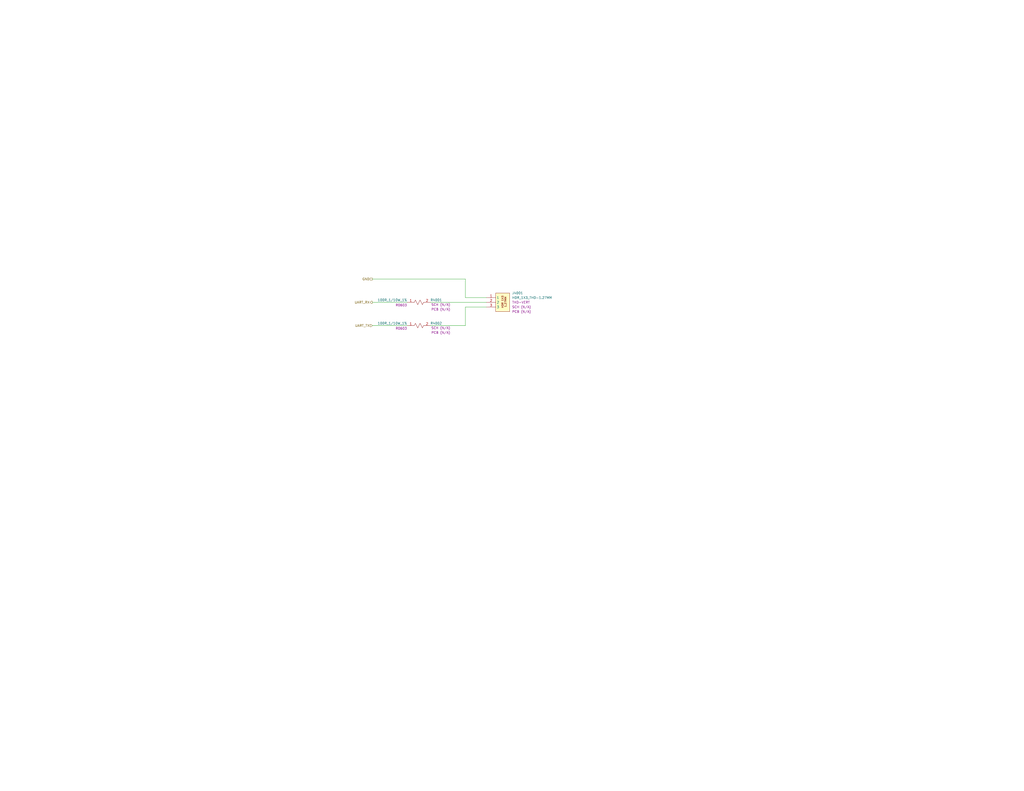
<source format=kicad_sch>
(kicad_sch (version 20231120) (generator "eeschema") (generator_version "8.0")
  (paper "C")
  (title_block (comment 2 "DRAFT"))
  (lib_symbols
    (symbol "_SCHLIB_Qcopter:CONN_HDR_1X3_VERT_THD-1.27MM"
      (property "Reference" "J" (at 3.556 4.064 0))
      (property "Value" "HDR_1X3_THD-1.27MM" (at 3.81 6.604 0))
      (property "Package" "THD-VERT" (at 3.556 33.782 0))
      (property "SCH CHECK" "SCH (N/A)" (at 3.556 28.702 0))
      (property "PCB CHECK" "PCB (N/A)" (at 3.556 31.242 0))
      (symbol "CONN_HDR_1X3_VERT_THD-1.27MM_1_1"
        (rectangle (start 5.08 0) (end 12.7 -10.16) (fill (type background)))
        (text "HDR 1X3\n1.27MM" (at 9.652 -4.826 900) (effects (font (size 1.016 1.016))))
        (pin passive line (at 0 -2.54 0) (length 5.08) (name "1") (number "1"))
        (pin passive line (at 0 -5.08 0) (length 5.08) (name "2") (number "2"))
        (pin passive line (at 0 -7.62 0) (length 5.08) (name "3") (number "3"))
      )
    )
    (symbol "_SCHLIB_Qcopter:RES_100R_1/10W_1%_R0603"
      (property "Reference" "R" (at 3.556 4.064 0))
      (property "Value" "100R_1/10W_1%" (at 3.556 6.604 0))
      (property "Package" "R0603" (at 3.81 35.306 0))
      (property "SCH CHECK" "SCH (N/A)" (at 3.81 29.972 0))
      (property "PCB CHECK" "PCB (N/A)" (at 3.81 32.512 0))
      (symbol "RES_100R_1/10W_1%_R0603_0_0"
        (polyline (pts (xy 3.81 0) (xy 4.445 1.27) (xy 5.715 -1.27) (xy 6.985 1.27) (xy 8.255 -1.27) (xy 8.89 0)))
      )
      (symbol "RES_100R_1/10W_1%_R0603_1_1"
        (pin passive line (at 0 0 0) (length 3.81) (name "") (number "1"))
        (pin passive line (at 12.7 0 180) (length 3.81) (name "") (number "2"))
      )
    )
  )
  (wire (pts (xy 254 152.4) (xy 254 162.56)))
  (wire (pts (xy 254 177.8) (xy 254 167.64)))
  (wire (pts (xy 203.2 152.4) (xy 254 152.4)))
  (wire (pts (xy 234.95 177.8) (xy 254 177.8)))
  (wire (pts (xy 203.2 165.1) (xy 222.25 165.1)))
  (wire (pts (xy 234.95 165.1) (xy 265.43 165.1)))
  (wire (pts (xy 254 162.56) (xy 265.43 162.56)))
  (wire (pts (xy 254 167.64) (xy 265.43 167.64)))
  (wire (pts (xy 203.2 177.8) (xy 222.25 177.8)))
  (hierarchical_label "UART_RX" (shape output) (at 203.2 165.1 180))
  (hierarchical_label "GND" (shape passive) (at 203.2 152.4 180))
  (hierarchical_label "UART_TX" (shape input) (at 203.2 177.8 180))
  (symbol (lib_id "_SCHLIB_Qcopter:CONN_HDR_1X3_VERT_THD-1.27MM") (at 265.43 160.02 0) (unit 1)
    (property "Reference" "J4001" (at 279.4 160.0199 0) (effects (justify left)))
    (property "Value" "HDR_1X3_THD-1.27MM" (at 279.4 162.5599 0) (effects (justify left)))
    (property "Footprint" "Connector_PinHeader_1.27mm:PinHeader_1x03_P1.27mm_Vertical" (effects (hide yes)))
    (property "Datasheet" "https://app.adam-tech.com/products/download/data_sheet/199953/hph1-b-xx-ua-data-sheet.pdf" (effects (hide yes)))
    (property "Description" "Connector Header Through Hole 3 position 0.050\" (1.27mm)" (effects (hide yes)))
    (property "Package" "THD-VERT" (at 279.4 165.0999 0) (effects (justify left)))
    (property "Part Number (Manufacturer)" "HPH1-B-03-UA" (effects (hide yes)))
    (property "Manufacturer" "Adam Tech" (effects (hide yes)))
    (property "Part Number (Vendor)" "2057-HPH1-B-03-UA-ND" (effects (hide yes)))
    (property "Vendor" "Digikey" (effects (hide yes)))
    (property "Purchase Link" "https://www.digikey.ca/en/products/detail/adam-tech/HPH1-B-03-UA/9831285" (effects (hide yes)))
    (property "SCH CHECK" "SCH (N/A)" (at 279.4 167.6399 0) (effects (justify left)))
    (property "PCB CHECK" "PCB (N/A)" (at 279.4 170.1799 0) (effects (justify left)))
  )
  (symbol (lib_id "_SCHLIB_Qcopter:RES_100R_1/10W_1%_R0603") (at 222.25 165.1 0) (unit 1)
    (property "Reference" "R4001" (at 237.998 163.83 0))
    (property "Value" "100R_1/10W_1%" (at 214.122 163.83 0))
    (property "Footprint" "Resistor_SMD:R_0603_1608Metric" (effects (hide yes)))
    (property "Datasheet" "https://www.seielect.com/catalog/sei-rmcf_rmcp.pdf" (effects (hide yes)))
    (property "Description" "100 Ohms ±1% 0.1W, 1/10W Chip Resistor 0603 (1608 Metric) Automotive AEC-Q200 Thick Film" (effects (hide yes)))
    (property "Package" "R0603" (at 218.948 166.624 0))
    (property "Part Number (Manufacturer)" "RMCF0603FT100R" (effects (hide yes)))
    (property "Manufacturer" "Stackpole Electronics Inc" (effects (hide yes)))
    (property "Part Number (Vendor)" "RMCF0603FT100RTR-ND" (effects (hide yes)))
    (property "Vendor" "Digikey" (effects (hide yes)))
    (property "Purchase Link" "https://www.digikey.ca/en/products/detail/stackpole-electronics-inc/RMCF0603FT100R/1761113" (effects (hide yes)))
    (property "SCH CHECK" "SCH (N/A)" (at 240.538 166.37 0))
    (property "PCB CHECK" "PCB (N/A)" (at 240.538 168.91 0))
  )
  (symbol (lib_id "_SCHLIB_Qcopter:RES_100R_1/10W_1%_R0603") (at 222.25 177.8 0) (unit 1)
    (property "Reference" "R4002" (at 237.998 176.53 0))
    (property "Value" "100R_1/10W_1%" (at 214.122 176.53 0))
    (property "Footprint" "Resistor_SMD:R_0603_1608Metric" (effects (hide yes)))
    (property "Datasheet" "https://www.seielect.com/catalog/sei-rmcf_rmcp.pdf" (effects (hide yes)))
    (property "Description" "100 Ohms ±1% 0.1W, 1/10W Chip Resistor 0603 (1608 Metric) Automotive AEC-Q200 Thick Film" (effects (hide yes)))
    (property "Package" "R0603" (at 218.948 179.324 0))
    (property "Part Number (Manufacturer)" "RMCF0603FT100R" (effects (hide yes)))
    (property "Manufacturer" "Stackpole Electronics Inc" (effects (hide yes)))
    (property "Part Number (Vendor)" "RMCF0603FT100RTR-ND" (effects (hide yes)))
    (property "Vendor" "Digikey" (effects (hide yes)))
    (property "Purchase Link" "https://www.digikey.ca/en/products/detail/stackpole-electronics-inc/RMCF0603FT100R/1761113" (effects (hide yes)))
    (property "SCH CHECK" "SCH (N/A)" (at 240.538 179.07 0))
    (property "PCB CHECK" "PCB (N/A)" (at 240.538 181.61 0))
  )
)
</source>
